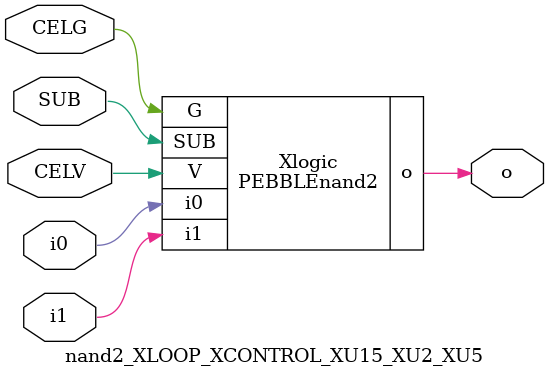
<source format=v>



module PEBBLEnand2 ( o, G, SUB, V, i0, i1 );

  input i0;
  input V;
  input i1;
  input G;
  output o;
  input SUB;
endmodule

//Celera Confidential Do Not Copy nand2_XLOOP_XCONTROL_XU15_XU2_XU5
//Celera Confidential Symbol Generator
//5V NAND2
module nand2_XLOOP_XCONTROL_XU15_XU2_XU5 (CELV,CELG,i0,i1,o,SUB);
input CELV;
input CELG;
input i0;
input i1;
input SUB;
output o;

//Celera Confidential Do Not Copy nand2
PEBBLEnand2 Xlogic(
.V (CELV),
.i0 (i0),
.i1 (i1),
.o (o),
.SUB (SUB),
.G (CELG)
);
//,diesize,PEBBLEnand2

//Celera Confidential Do Not Copy Module End
//Celera Schematic Generator
endmodule

</source>
